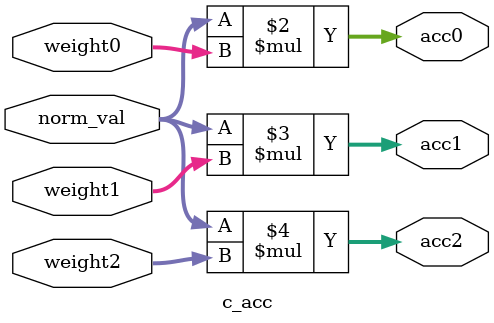
<source format=sv>
`timescale 1ns/1ps
module c_acc #(
 parameter int IN_W = 22,
 parameter int W_W = 8,
 parameter int ACC_W = 40
)(
 input logic signed [IN_W-1:0] norm_val,
 input logic signed [W_W-1:0] weight0,
 input logic signed [W_W-1:0] weight1,
 input logic signed [W_W-1:0] weight2,
 output logic signed [ACC_W-1:0] acc0,
 output logic signed [ACC_W-1:0] acc1,
 output logic signed [ACC_W-1:0] acc2
);
 always_comb begin
 acc0 = norm_val * weight0;
 acc1 = norm_val * weight1;
 acc2 = norm_val * weight2;
 end
endmodule

</source>
